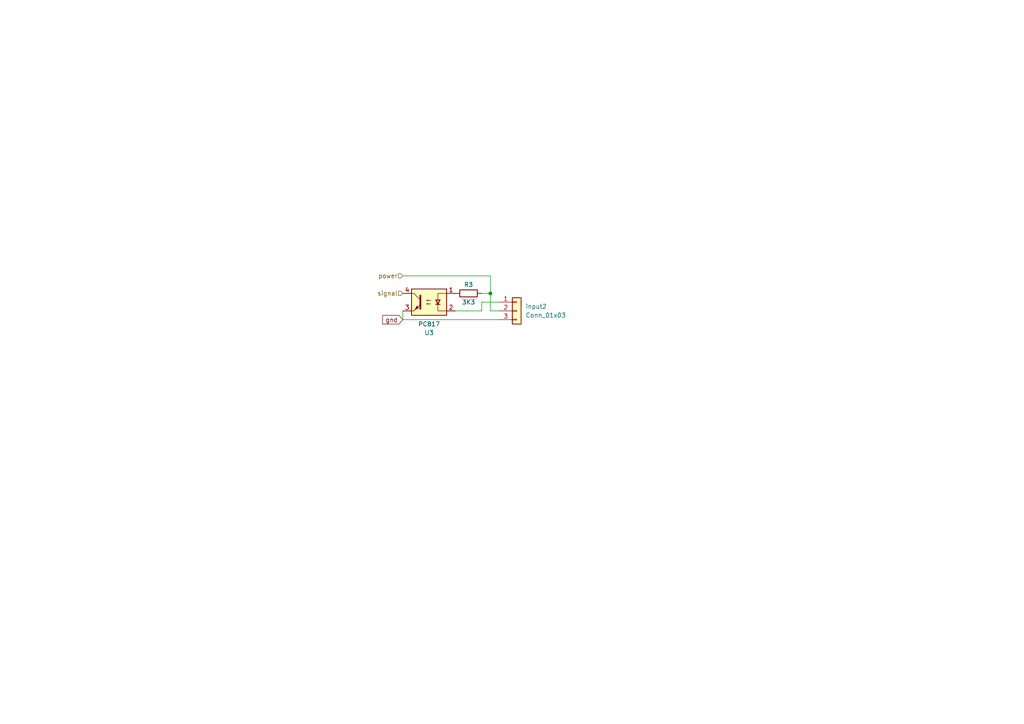
<source format=kicad_sch>
(kicad_sch (version 20231120) (generator "eeschema") (generator_version "8.0")
  (paper "A4")
  (lib_symbols
    (symbol "Connector_Generic:Conn_01x03" (pin_names (offset 1.016) hide)
      (property "Reference" "J" (at 0 5.08 0))
      (property "Value" "Conn_01x03" (at 0 -5.08 0))
      (symbol "Conn_01x03_1_1"
        (rectangle (start -1.27 -2.413) (end 0 -2.667) (stroke (width 0.1524)))
        (rectangle (start -1.27 0.127) (end 0 -0.127) (stroke (width 0.1524)))
        (rectangle (start -1.27 2.667) (end 0 2.413) (stroke (width 0.1524)))
        (rectangle (start -1.27 3.81) (end 1.27 -3.81) (stroke (width 0.254)) (fill (type background)))
        (pin passive line (at -5.08 2.54 0) (length 3.81) (name "Pin_1") (number "1"))
        (pin passive line (at -5.08 0 0) (length 3.81) (name "Pin_2") (number "2"))
        (pin passive line (at -5.08 -2.54 0) (length 3.81) (name "Pin_3") (number "3"))
      )
    )
    (symbol "Device:R" (pin_numbers hide) (pin_names (offset 0))
      (property "Reference" "R" (at 2.032 0 90))
      (property "Value" "R" (at 0 0 90))
      (symbol "R_0_1"
        (rectangle (start -1.016 -2.54) (end 1.016 2.54) (stroke (width 0.254)))
      )
      (symbol "R_1_1"
        (pin passive line (at 0 3.81 270) (length 1.27) (name "~") (number "1"))
        (pin passive line (at 0 -3.81 90) (length 1.27) (name "~") (number "2"))
      )
    )
    (symbol "Isolator:PC817" (pin_names (offset 1.016))
      (property "Reference" "U" (at -5.08 5.08 0))
      (property "Value" "PC817" (at 0 5.08 0))
      (symbol "PC817_0_1"
        (rectangle (start -5.08 3.81) (end 5.08 -3.81) (stroke (width 0.254)) (fill (type background)))
        (polyline (pts (xy -3.175 -0.635) (xy -1.905 -0.635)) (stroke (width 0.254)))
        (polyline (pts (xy 2.54 0.635) (xy 4.445 2.54)))
        (polyline (pts (xy 4.445 -2.54) (xy 2.54 -0.635)) (fill (type outline)))
        (polyline (pts (xy 4.445 -2.54) (xy 5.08 -2.54)))
        (polyline (pts (xy 4.445 2.54) (xy 5.08 2.54)))
        (polyline (pts (xy -5.08 2.54) (xy -2.54 2.54) (xy -2.54 -0.635)))
        (polyline (pts (xy -2.54 -0.635) (xy -2.54 -2.54) (xy -5.08 -2.54)))
        (polyline (pts (xy 2.54 1.905) (xy 2.54 -1.905) (xy 2.54 -1.905)) (stroke (width 0.508)))
        (polyline (pts (xy -2.54 -0.635) (xy -3.175 0.635) (xy -1.905 0.635) (xy -2.54 -0.635)) (stroke (width 0.254)))
        (polyline (pts (xy -0.508 -0.508) (xy 0.762 -0.508) (xy 0.381 -0.635) (xy 0.381 -0.381) (xy 0.762 -0.508)))
        (polyline (pts (xy -0.508 0.508) (xy 0.762 0.508) (xy 0.381 0.381) (xy 0.381 0.635) (xy 0.762 0.508)))
        (polyline (pts (xy 3.048 -1.651) (xy 3.556 -1.143) (xy 4.064 -2.159) (xy 3.048 -1.651) (xy 3.048 -1.651)) (fill (type outline)))
      )
      (symbol "PC817_1_1"
        (pin passive line (at -7.62 2.54 0) (length 2.54) (name "~") (number "1"))
        (pin passive line (at -7.62 -2.54 0) (length 2.54) (name "~") (number "2"))
        (pin passive line (at 7.62 -2.54 180) (length 2.54) (name "~") (number "3"))
        (pin passive line (at 7.62 2.54 180) (length 2.54) (name "~") (number "4"))
      )
    )
  )
  (junction (at 142.24 85.09))
  (wire (pts (xy 142.24 85.09) (xy 142.24 90.17)))
  (wire (pts (xy 116.84 90.17) (xy 116.84 92.71)))
  (wire (pts (xy 139.7 85.09) (xy 142.24 85.09)))
  (wire (pts (xy 116.84 80.01) (xy 142.24 80.01)))
  (wire (pts (xy 116.84 92.71) (xy 144.78 92.71)))
  (wire (pts (xy 139.7 90.17) (xy 139.7 87.63)))
  (wire (pts (xy 132.08 90.17) (xy 139.7 90.17)))
  (wire (pts (xy 144.78 90.17) (xy 142.24 90.17)))
  (wire (pts (xy 139.7 87.63) (xy 144.78 87.63)))
  (wire (pts (xy 142.24 85.09) (xy 142.24 80.01)))
  (global_label "gnd" (shape input) (at 116.84 92.71 180) (property "Intersheetrefs" "${INTERSHEET_REFS}" (effects (hide yes))))
  (hierarchical_label "signal" (shape input) (at 116.84 85.09 180))
  (hierarchical_label "power" (shape input) (at 116.84 80.01 180))
  (symbol (lib_id "Isolator:PC817") (at 124.46 87.63 0) (mirror y) (unit 1)
    (property "Reference" "U3" (at 124.46 96.52 0))
    (property "Value" "PC817" (at 124.46 93.98 0))
    (property "Footprint" "Package_SO:SOP-4_4.4x2.6mm_P1.27mm" (effects (hide yes)))
    (property "Datasheet" "http://www.soselectronic.cz/a_info/resource/d/pc817.pdf" (effects (hide yes)))
    (property "LCSC PN" "C385060" (effects (hide yes)))
    (instances (project "riowerks" (path "" (reference "U3") (unit 1)) (path "" (reference "U7") (unit 1)) (path "" (reference "U6") (unit 1)) (path "" (reference "U8") (unit 1)) (path "" (reference "U4") (unit 1)) (path "" (reference "U5") (unit 1)) (path "" (reference "U2") (unit 1)) (path "" (reference "U1") (unit 1))) (project "rio-iceshield" (path "" (reference "U10") (unit 1)) (path "" (reference "U13") (unit 1)) (path "" (reference "U9") (unit 1)) (path "" (reference "U14") (unit 1)) (path "" (reference "U8") (unit 1)) (path "" (reference "U12") (unit 1)) (path "" (reference "U7") (unit 1)) (path "" (reference "U11") (unit 1))))
  )
  (symbol (lib_id "Connector_Generic:Conn_01x03") (at 149.86 90.17 0) (unit 1)
    (property "Reference" "input2" (at 152.4 88.9 0) (effects (justify left)))
    (property "Value" "Conn_01x03" (at 152.4 91.44 0) (effects (justify left)))
    (property "Footprint" "Connector_JST:JST_XH_B3B-XH-A_1x03_P2.50mm_Vertical" (effects (hide yes)))
    (instances (project "riowerks" (path "" (reference "input2") (unit 1)) (path "" (reference "input6") (unit 1)) (path "" (reference "input5") (unit 1)) (path "" (reference "input7") (unit 1)) (path "" (reference "input3") (unit 1)) (path "" (reference "input4") (unit 1)) (path "" (reference "input1") (unit 1)) (path "" (reference "input0") (unit 1))) (project "rio-iceshield" (path "" (reference "input4") (unit 1)) (path "" (reference "input7") (unit 1)) (path "" (reference "input3") (unit 1)) (path "" (reference "input8") (unit 1)) (path "" (reference "input2") (unit 1)) (path "" (reference "input6") (unit 1)) (path "" (reference "input1") (unit 1)) (path "" (reference "input5") (unit 1))))
  )
  (symbol (lib_id "Device:R") (at 135.89 85.09 90) (unit 1)
    (property "Reference" "R3" (at 135.89 82.55 90))
    (property "Value" "3K3" (at 135.89 87.63 90))
    (property "Footprint" "Resistor_SMD:R_0603_1608Metric_Pad0.98x0.95mm_HandSolder" (effects (hide yes)))
    (property "LCSC PN" "C22978" (effects (hide yes)))
    (instances (project "riowerks" (path "" (reference "R3") (unit 1)) (path "" (reference "R7") (unit 1)) (path "" (reference "R6") (unit 1)) (path "" (reference "R8") (unit 1)) (path "" (reference "R4") (unit 1)) (path "" (reference "R5") (unit 1)) (path "" (reference "R2") (unit 1)) (path "" (reference "R1") (unit 1))) (project "rio-iceshield" (path "" (reference "R5") (unit 1)) (path "" (reference "R8") (unit 1)) (path "" (reference "R4") (unit 1)) (path "" (reference "R9") (unit 1)) (path "" (reference "R3") (unit 1)) (path "" (reference "R7") (unit 1)) (path "" (reference "R2") (unit 1)) (path "" (reference "R6") (unit 1))))
  )
)
</source>
